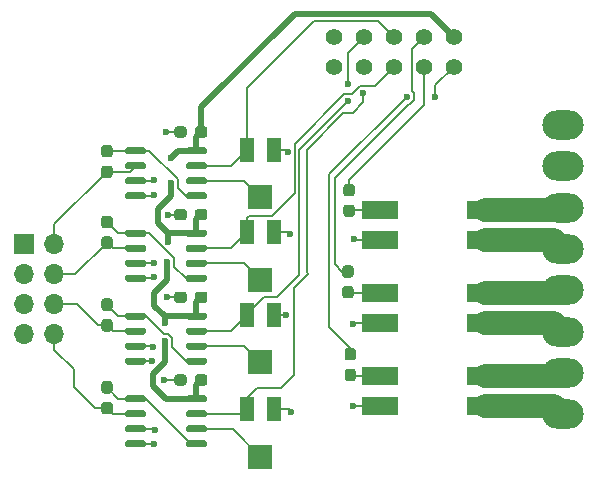
<source format=gbr>
%TF.GenerationSoftware,KiCad,Pcbnew,5.1.6-c6e7f7d~87~ubuntu18.04.1*%
%TF.CreationDate,2022-03-05T00:13:30+01:00*%
%TF.ProjectId,door_ext_photorelay,646f6f72-5f65-4787-945f-70686f746f72,rev?*%
%TF.SameCoordinates,Original*%
%TF.FileFunction,Copper,L1,Top*%
%TF.FilePolarity,Positive*%
%FSLAX46Y46*%
G04 Gerber Fmt 4.6, Leading zero omitted, Abs format (unit mm)*
G04 Created by KiCad (PCBNEW 5.1.6-c6e7f7d~87~ubuntu18.04.1) date 2022-03-05 00:13:30*
%MOMM*%
%LPD*%
G01*
G04 APERTURE LIST*
%TA.AperFunction,ComponentPad*%
%ADD10R,1.700000X1.700000*%
%TD*%
%TA.AperFunction,ComponentPad*%
%ADD11O,1.700000X1.700000*%
%TD*%
%TA.AperFunction,ComponentPad*%
%ADD12C,1.422400*%
%TD*%
%TA.AperFunction,ComponentPad*%
%ADD13O,3.500000X2.500000*%
%TD*%
%TA.AperFunction,SMDPad,CuDef*%
%ADD14R,1.300000X2.000000*%
%TD*%
%TA.AperFunction,SMDPad,CuDef*%
%ADD15R,2.000000X2.000000*%
%TD*%
%TA.AperFunction,SMDPad,CuDef*%
%ADD16R,3.100000X1.600000*%
%TD*%
%TA.AperFunction,ViaPad*%
%ADD17C,0.600000*%
%TD*%
%TA.AperFunction,Conductor*%
%ADD18C,0.500000*%
%TD*%
%TA.AperFunction,Conductor*%
%ADD19C,0.200000*%
%TD*%
%TA.AperFunction,Conductor*%
%ADD20C,2.000000*%
%TD*%
G04 APERTURE END LIST*
%TO.P,C1,1*%
%TO.N,+3V3*%
%TA.AperFunction,SMDPad,CuDef*%
G36*
G01*
X141900000Y-65862500D02*
X141900000Y-66337500D01*
G75*
G02*
X141662500Y-66575000I-237500J0D01*
G01*
X141087500Y-66575000D01*
G75*
G02*
X140850000Y-66337500I0J237500D01*
G01*
X140850000Y-65862500D01*
G75*
G02*
X141087500Y-65625000I237500J0D01*
G01*
X141662500Y-65625000D01*
G75*
G02*
X141900000Y-65862500I0J-237500D01*
G01*
G37*
%TD.AperFunction*%
%TO.P,C1,2*%
%TO.N,GND*%
%TA.AperFunction,SMDPad,CuDef*%
G36*
G01*
X140150000Y-65862500D02*
X140150000Y-66337500D01*
G75*
G02*
X139912500Y-66575000I-237500J0D01*
G01*
X139337500Y-66575000D01*
G75*
G02*
X139100000Y-66337500I0J237500D01*
G01*
X139100000Y-65862500D01*
G75*
G02*
X139337500Y-65625000I237500J0D01*
G01*
X139912500Y-65625000D01*
G75*
G02*
X140150000Y-65862500I0J-237500D01*
G01*
G37*
%TD.AperFunction*%
%TD*%
%TO.P,C2,2*%
%TO.N,GND*%
%TA.AperFunction,SMDPad,CuDef*%
G36*
G01*
X140150000Y-51862500D02*
X140150000Y-52337500D01*
G75*
G02*
X139912500Y-52575000I-237500J0D01*
G01*
X139337500Y-52575000D01*
G75*
G02*
X139100000Y-52337500I0J237500D01*
G01*
X139100000Y-51862500D01*
G75*
G02*
X139337500Y-51625000I237500J0D01*
G01*
X139912500Y-51625000D01*
G75*
G02*
X140150000Y-51862500I0J-237500D01*
G01*
G37*
%TD.AperFunction*%
%TO.P,C2,1*%
%TO.N,+3V3*%
%TA.AperFunction,SMDPad,CuDef*%
G36*
G01*
X141900000Y-51862500D02*
X141900000Y-52337500D01*
G75*
G02*
X141662500Y-52575000I-237500J0D01*
G01*
X141087500Y-52575000D01*
G75*
G02*
X140850000Y-52337500I0J237500D01*
G01*
X140850000Y-51862500D01*
G75*
G02*
X141087500Y-51625000I237500J0D01*
G01*
X141662500Y-51625000D01*
G75*
G02*
X141900000Y-51862500I0J-237500D01*
G01*
G37*
%TD.AperFunction*%
%TD*%
%TO.P,C3,1*%
%TO.N,+3V3*%
%TA.AperFunction,SMDPad,CuDef*%
G36*
G01*
X141900000Y-44862500D02*
X141900000Y-45337500D01*
G75*
G02*
X141662500Y-45575000I-237500J0D01*
G01*
X141087500Y-45575000D01*
G75*
G02*
X140850000Y-45337500I0J237500D01*
G01*
X140850000Y-44862500D01*
G75*
G02*
X141087500Y-44625000I237500J0D01*
G01*
X141662500Y-44625000D01*
G75*
G02*
X141900000Y-44862500I0J-237500D01*
G01*
G37*
%TD.AperFunction*%
%TO.P,C3,2*%
%TO.N,GND*%
%TA.AperFunction,SMDPad,CuDef*%
G36*
G01*
X140150000Y-44862500D02*
X140150000Y-45337500D01*
G75*
G02*
X139912500Y-45575000I-237500J0D01*
G01*
X139337500Y-45575000D01*
G75*
G02*
X139100000Y-45337500I0J237500D01*
G01*
X139100000Y-44862500D01*
G75*
G02*
X139337500Y-44625000I237500J0D01*
G01*
X139912500Y-44625000D01*
G75*
G02*
X140150000Y-44862500I0J-237500D01*
G01*
G37*
%TD.AperFunction*%
%TD*%
%TO.P,C4,2*%
%TO.N,GND*%
%TA.AperFunction,SMDPad,CuDef*%
G36*
G01*
X140150000Y-58862500D02*
X140150000Y-59337500D01*
G75*
G02*
X139912500Y-59575000I-237500J0D01*
G01*
X139337500Y-59575000D01*
G75*
G02*
X139100000Y-59337500I0J237500D01*
G01*
X139100000Y-58862500D01*
G75*
G02*
X139337500Y-58625000I237500J0D01*
G01*
X139912500Y-58625000D01*
G75*
G02*
X140150000Y-58862500I0J-237500D01*
G01*
G37*
%TD.AperFunction*%
%TO.P,C4,1*%
%TO.N,+3V3*%
%TA.AperFunction,SMDPad,CuDef*%
G36*
G01*
X141900000Y-58862500D02*
X141900000Y-59337500D01*
G75*
G02*
X141662500Y-59575000I-237500J0D01*
G01*
X141087500Y-59575000D01*
G75*
G02*
X140850000Y-59337500I0J237500D01*
G01*
X140850000Y-58862500D01*
G75*
G02*
X141087500Y-58625000I237500J0D01*
G01*
X141662500Y-58625000D01*
G75*
G02*
X141900000Y-58862500I0J-237500D01*
G01*
G37*
%TD.AperFunction*%
%TD*%
D10*
%TO.P,J1,1*%
%TO.N,GND*%
X126400000Y-54600000D03*
D11*
%TO.P,J1,2*%
%TO.N,/PD0*%
X128940000Y-54600000D03*
%TO.P,J1,3*%
%TO.N,GND*%
X126400000Y-57140000D03*
%TO.P,J1,4*%
%TO.N,/PD1*%
X128940000Y-57140000D03*
%TO.P,J1,5*%
%TO.N,GND*%
X126400000Y-59680000D03*
%TO.P,J1,6*%
%TO.N,/PD2*%
X128940000Y-59680000D03*
%TO.P,J1,7*%
%TO.N,GND*%
X126400000Y-62220000D03*
%TO.P,J1,8*%
%TO.N,/PD3*%
X128940000Y-62220000D03*
%TD*%
D12*
%TO.P,J2,1*%
%TO.N,+3V3*%
X162780000Y-37030000D03*
%TO.P,J2,2*%
%TO.N,GPIO0*%
X162780000Y-39570000D03*
%TO.P,J2,3*%
%TO.N,GPIO1*%
X160240000Y-37030000D03*
%TO.P,J2,4*%
%TO.N,GPIO2*%
X160240000Y-39570000D03*
%TO.P,J2,5*%
%TO.N,GPIO3*%
X157700000Y-37030000D03*
%TO.P,J2,6*%
%TO.N,GPIO4*%
X157700000Y-39570000D03*
%TO.P,J2,7*%
%TO.N,GPIO5*%
X155160000Y-37030000D03*
%TO.P,J2,8*%
%TO.N,GPIO6*%
X155160000Y-39570000D03*
%TO.P,J2,9*%
%TO.N,N/C*%
X152620000Y-37030000D03*
%TO.P,J2,10*%
%TO.N,GND*%
X152620000Y-39570000D03*
%TD*%
D13*
%TO.P,J3,1*%
%TO.N,Net-(J3-Pad1)*%
X172000000Y-69000000D03*
%TO.P,J3,2*%
%TO.N,Net-(J3-Pad2)*%
X172000000Y-65502420D03*
%TO.P,J3,3*%
%TO.N,Net-(J3-Pad3)*%
X172000000Y-62002300D03*
%TO.P,J3,4*%
%TO.N,Net-(J3-Pad4)*%
X172000000Y-58502180D03*
%TO.P,J3,5*%
%TO.N,Net-(J3-Pad5)*%
X172000000Y-55000000D03*
%TO.P,J3,6*%
%TO.N,Net-(J3-Pad6)*%
X172000000Y-51500000D03*
%TO.P,J3,7*%
%TO.N,N/C*%
X172000000Y-48000000D03*
%TO.P,J3,8*%
X172000000Y-44500000D03*
%TD*%
%TO.P,R1,2*%
%TO.N,/PD0*%
%TA.AperFunction,SMDPad,CuDef*%
G36*
G01*
X133162500Y-47950000D02*
X133637500Y-47950000D01*
G75*
G02*
X133875000Y-48187500I0J-237500D01*
G01*
X133875000Y-48762500D01*
G75*
G02*
X133637500Y-49000000I-237500J0D01*
G01*
X133162500Y-49000000D01*
G75*
G02*
X132925000Y-48762500I0J237500D01*
G01*
X132925000Y-48187500D01*
G75*
G02*
X133162500Y-47950000I237500J0D01*
G01*
G37*
%TD.AperFunction*%
%TO.P,R1,1*%
%TO.N,Net-(R1-Pad1)*%
%TA.AperFunction,SMDPad,CuDef*%
G36*
G01*
X133162500Y-46200000D02*
X133637500Y-46200000D01*
G75*
G02*
X133875000Y-46437500I0J-237500D01*
G01*
X133875000Y-47012500D01*
G75*
G02*
X133637500Y-47250000I-237500J0D01*
G01*
X133162500Y-47250000D01*
G75*
G02*
X132925000Y-47012500I0J237500D01*
G01*
X132925000Y-46437500D01*
G75*
G02*
X133162500Y-46200000I237500J0D01*
G01*
G37*
%TD.AperFunction*%
%TD*%
%TO.P,R2,1*%
%TO.N,Net-(R2-Pad1)*%
%TA.AperFunction,SMDPad,CuDef*%
G36*
G01*
X133162500Y-52200000D02*
X133637500Y-52200000D01*
G75*
G02*
X133875000Y-52437500I0J-237500D01*
G01*
X133875000Y-53012500D01*
G75*
G02*
X133637500Y-53250000I-237500J0D01*
G01*
X133162500Y-53250000D01*
G75*
G02*
X132925000Y-53012500I0J237500D01*
G01*
X132925000Y-52437500D01*
G75*
G02*
X133162500Y-52200000I237500J0D01*
G01*
G37*
%TD.AperFunction*%
%TO.P,R2,2*%
%TO.N,/PD1*%
%TA.AperFunction,SMDPad,CuDef*%
G36*
G01*
X133162500Y-53950000D02*
X133637500Y-53950000D01*
G75*
G02*
X133875000Y-54187500I0J-237500D01*
G01*
X133875000Y-54762500D01*
G75*
G02*
X133637500Y-55000000I-237500J0D01*
G01*
X133162500Y-55000000D01*
G75*
G02*
X132925000Y-54762500I0J237500D01*
G01*
X132925000Y-54187500D01*
G75*
G02*
X133162500Y-53950000I237500J0D01*
G01*
G37*
%TD.AperFunction*%
%TD*%
%TO.P,R3,2*%
%TO.N,/PD2*%
%TA.AperFunction,SMDPad,CuDef*%
G36*
G01*
X133162500Y-60950000D02*
X133637500Y-60950000D01*
G75*
G02*
X133875000Y-61187500I0J-237500D01*
G01*
X133875000Y-61762500D01*
G75*
G02*
X133637500Y-62000000I-237500J0D01*
G01*
X133162500Y-62000000D01*
G75*
G02*
X132925000Y-61762500I0J237500D01*
G01*
X132925000Y-61187500D01*
G75*
G02*
X133162500Y-60950000I237500J0D01*
G01*
G37*
%TD.AperFunction*%
%TO.P,R3,1*%
%TO.N,Net-(R3-Pad1)*%
%TA.AperFunction,SMDPad,CuDef*%
G36*
G01*
X133162500Y-59200000D02*
X133637500Y-59200000D01*
G75*
G02*
X133875000Y-59437500I0J-237500D01*
G01*
X133875000Y-60012500D01*
G75*
G02*
X133637500Y-60250000I-237500J0D01*
G01*
X133162500Y-60250000D01*
G75*
G02*
X132925000Y-60012500I0J237500D01*
G01*
X132925000Y-59437500D01*
G75*
G02*
X133162500Y-59200000I237500J0D01*
G01*
G37*
%TD.AperFunction*%
%TD*%
%TO.P,R4,2*%
%TO.N,/PD3*%
%TA.AperFunction,SMDPad,CuDef*%
G36*
G01*
X133162500Y-67950000D02*
X133637500Y-67950000D01*
G75*
G02*
X133875000Y-68187500I0J-237500D01*
G01*
X133875000Y-68762500D01*
G75*
G02*
X133637500Y-69000000I-237500J0D01*
G01*
X133162500Y-69000000D01*
G75*
G02*
X132925000Y-68762500I0J237500D01*
G01*
X132925000Y-68187500D01*
G75*
G02*
X133162500Y-67950000I237500J0D01*
G01*
G37*
%TD.AperFunction*%
%TO.P,R4,1*%
%TO.N,Net-(R4-Pad1)*%
%TA.AperFunction,SMDPad,CuDef*%
G36*
G01*
X133162500Y-66200000D02*
X133637500Y-66200000D01*
G75*
G02*
X133875000Y-66437500I0J-237500D01*
G01*
X133875000Y-67012500D01*
G75*
G02*
X133637500Y-67250000I-237500J0D01*
G01*
X133162500Y-67250000D01*
G75*
G02*
X132925000Y-67012500I0J237500D01*
G01*
X132925000Y-66437500D01*
G75*
G02*
X133162500Y-66200000I237500J0D01*
G01*
G37*
%TD.AperFunction*%
%TD*%
%TO.P,R5,1*%
%TO.N,Net-(R5-Pad1)*%
%TA.AperFunction,SMDPad,CuDef*%
G36*
G01*
X154237500Y-66200000D02*
X153762500Y-66200000D01*
G75*
G02*
X153525000Y-65962500I0J237500D01*
G01*
X153525000Y-65387500D01*
G75*
G02*
X153762500Y-65150000I237500J0D01*
G01*
X154237500Y-65150000D01*
G75*
G02*
X154475000Y-65387500I0J-237500D01*
G01*
X154475000Y-65962500D01*
G75*
G02*
X154237500Y-66200000I-237500J0D01*
G01*
G37*
%TD.AperFunction*%
%TO.P,R5,2*%
%TO.N,GPIO0*%
%TA.AperFunction,SMDPad,CuDef*%
G36*
G01*
X154237500Y-64450000D02*
X153762500Y-64450000D01*
G75*
G02*
X153525000Y-64212500I0J237500D01*
G01*
X153525000Y-63637500D01*
G75*
G02*
X153762500Y-63400000I237500J0D01*
G01*
X154237500Y-63400000D01*
G75*
G02*
X154475000Y-63637500I0J-237500D01*
G01*
X154475000Y-64212500D01*
G75*
G02*
X154237500Y-64450000I-237500J0D01*
G01*
G37*
%TD.AperFunction*%
%TD*%
%TO.P,R6,1*%
%TO.N,Net-(R6-Pad1)*%
%TA.AperFunction,SMDPad,CuDef*%
G36*
G01*
X154037500Y-59200000D02*
X153562500Y-59200000D01*
G75*
G02*
X153325000Y-58962500I0J237500D01*
G01*
X153325000Y-58387500D01*
G75*
G02*
X153562500Y-58150000I237500J0D01*
G01*
X154037500Y-58150000D01*
G75*
G02*
X154275000Y-58387500I0J-237500D01*
G01*
X154275000Y-58962500D01*
G75*
G02*
X154037500Y-59200000I-237500J0D01*
G01*
G37*
%TD.AperFunction*%
%TO.P,R6,2*%
%TO.N,GPIO1*%
%TA.AperFunction,SMDPad,CuDef*%
G36*
G01*
X154037500Y-57450000D02*
X153562500Y-57450000D01*
G75*
G02*
X153325000Y-57212500I0J237500D01*
G01*
X153325000Y-56637500D01*
G75*
G02*
X153562500Y-56400000I237500J0D01*
G01*
X154037500Y-56400000D01*
G75*
G02*
X154275000Y-56637500I0J-237500D01*
G01*
X154275000Y-57212500D01*
G75*
G02*
X154037500Y-57450000I-237500J0D01*
G01*
G37*
%TD.AperFunction*%
%TD*%
%TO.P,R7,1*%
%TO.N,Net-(R7-Pad1)*%
%TA.AperFunction,SMDPad,CuDef*%
G36*
G01*
X154137500Y-52300000D02*
X153662500Y-52300000D01*
G75*
G02*
X153425000Y-52062500I0J237500D01*
G01*
X153425000Y-51487500D01*
G75*
G02*
X153662500Y-51250000I237500J0D01*
G01*
X154137500Y-51250000D01*
G75*
G02*
X154375000Y-51487500I0J-237500D01*
G01*
X154375000Y-52062500D01*
G75*
G02*
X154137500Y-52300000I-237500J0D01*
G01*
G37*
%TD.AperFunction*%
%TO.P,R7,2*%
%TO.N,GPIO2*%
%TA.AperFunction,SMDPad,CuDef*%
G36*
G01*
X154137500Y-50550000D02*
X153662500Y-50550000D01*
G75*
G02*
X153425000Y-50312500I0J237500D01*
G01*
X153425000Y-49737500D01*
G75*
G02*
X153662500Y-49500000I237500J0D01*
G01*
X154137500Y-49500000D01*
G75*
G02*
X154375000Y-49737500I0J-237500D01*
G01*
X154375000Y-50312500D01*
G75*
G02*
X154137500Y-50550000I-237500J0D01*
G01*
G37*
%TD.AperFunction*%
%TD*%
D14*
%TO.P,RV1,1*%
%TO.N,GPIO3*%
X145250000Y-46600000D03*
D15*
%TO.P,RV1,2*%
%TO.N,Net-(RV1-Pad2)*%
X146400000Y-50600000D03*
D14*
%TO.P,RV1,3*%
%TO.N,GND*%
X147550000Y-46600000D03*
%TD*%
%TO.P,RV2,3*%
%TO.N,GND*%
X147550000Y-53600000D03*
D15*
%TO.P,RV2,2*%
%TO.N,Net-(RV2-Pad2)*%
X146400000Y-57600000D03*
D14*
%TO.P,RV2,1*%
%TO.N,GPIO4*%
X145250000Y-53600000D03*
%TD*%
%TO.P,RV3,1*%
%TO.N,GPIO5*%
X145250000Y-60600000D03*
D15*
%TO.P,RV3,2*%
%TO.N,Net-(RV3-Pad2)*%
X146400000Y-64600000D03*
D14*
%TO.P,RV3,3*%
%TO.N,GND*%
X147550000Y-60600000D03*
%TD*%
%TO.P,RV4,3*%
%TO.N,GND*%
X147550000Y-68600000D03*
D15*
%TO.P,RV4,2*%
%TO.N,Net-(RV4-Pad2)*%
X146400000Y-72600000D03*
D14*
%TO.P,RV4,1*%
%TO.N,GPIO6*%
X145250000Y-68600000D03*
%TD*%
%TO.P,U1,1*%
%TO.N,Net-(R1-Pad1)*%
%TA.AperFunction,SMDPad,CuDef*%
G36*
G01*
X134950000Y-46845000D02*
X134950000Y-46545000D01*
G75*
G02*
X135100000Y-46395000I150000J0D01*
G01*
X136550000Y-46395000D01*
G75*
G02*
X136700000Y-46545000I0J-150000D01*
G01*
X136700000Y-46845000D01*
G75*
G02*
X136550000Y-46995000I-150000J0D01*
G01*
X135100000Y-46995000D01*
G75*
G02*
X134950000Y-46845000I0J150000D01*
G01*
G37*
%TD.AperFunction*%
%TO.P,U1,2*%
%TO.N,/PD0*%
%TA.AperFunction,SMDPad,CuDef*%
G36*
G01*
X134950000Y-48115000D02*
X134950000Y-47815000D01*
G75*
G02*
X135100000Y-47665000I150000J0D01*
G01*
X136550000Y-47665000D01*
G75*
G02*
X136700000Y-47815000I0J-150000D01*
G01*
X136700000Y-48115000D01*
G75*
G02*
X136550000Y-48265000I-150000J0D01*
G01*
X135100000Y-48265000D01*
G75*
G02*
X134950000Y-48115000I0J150000D01*
G01*
G37*
%TD.AperFunction*%
%TO.P,U1,3*%
%TO.N,GND*%
%TA.AperFunction,SMDPad,CuDef*%
G36*
G01*
X134950000Y-49385000D02*
X134950000Y-49085000D01*
G75*
G02*
X135100000Y-48935000I150000J0D01*
G01*
X136550000Y-48935000D01*
G75*
G02*
X136700000Y-49085000I0J-150000D01*
G01*
X136700000Y-49385000D01*
G75*
G02*
X136550000Y-49535000I-150000J0D01*
G01*
X135100000Y-49535000D01*
G75*
G02*
X134950000Y-49385000I0J150000D01*
G01*
G37*
%TD.AperFunction*%
%TO.P,U1,4*%
%TA.AperFunction,SMDPad,CuDef*%
G36*
G01*
X134950000Y-50655000D02*
X134950000Y-50355000D01*
G75*
G02*
X135100000Y-50205000I150000J0D01*
G01*
X136550000Y-50205000D01*
G75*
G02*
X136700000Y-50355000I0J-150000D01*
G01*
X136700000Y-50655000D01*
G75*
G02*
X136550000Y-50805000I-150000J0D01*
G01*
X135100000Y-50805000D01*
G75*
G02*
X134950000Y-50655000I0J150000D01*
G01*
G37*
%TD.AperFunction*%
%TO.P,U1,5*%
%TO.N,Net-(R1-Pad1)*%
%TA.AperFunction,SMDPad,CuDef*%
G36*
G01*
X140100000Y-50655000D02*
X140100000Y-50355000D01*
G75*
G02*
X140250000Y-50205000I150000J0D01*
G01*
X141700000Y-50205000D01*
G75*
G02*
X141850000Y-50355000I0J-150000D01*
G01*
X141850000Y-50655000D01*
G75*
G02*
X141700000Y-50805000I-150000J0D01*
G01*
X140250000Y-50805000D01*
G75*
G02*
X140100000Y-50655000I0J150000D01*
G01*
G37*
%TD.AperFunction*%
%TO.P,U1,6*%
%TO.N,Net-(RV1-Pad2)*%
%TA.AperFunction,SMDPad,CuDef*%
G36*
G01*
X140100000Y-49385000D02*
X140100000Y-49085000D01*
G75*
G02*
X140250000Y-48935000I150000J0D01*
G01*
X141700000Y-48935000D01*
G75*
G02*
X141850000Y-49085000I0J-150000D01*
G01*
X141850000Y-49385000D01*
G75*
G02*
X141700000Y-49535000I-150000J0D01*
G01*
X140250000Y-49535000D01*
G75*
G02*
X140100000Y-49385000I0J150000D01*
G01*
G37*
%TD.AperFunction*%
%TO.P,U1,7*%
%TO.N,GPIO3*%
%TA.AperFunction,SMDPad,CuDef*%
G36*
G01*
X140100000Y-48115000D02*
X140100000Y-47815000D01*
G75*
G02*
X140250000Y-47665000I150000J0D01*
G01*
X141700000Y-47665000D01*
G75*
G02*
X141850000Y-47815000I0J-150000D01*
G01*
X141850000Y-48115000D01*
G75*
G02*
X141700000Y-48265000I-150000J0D01*
G01*
X140250000Y-48265000D01*
G75*
G02*
X140100000Y-48115000I0J150000D01*
G01*
G37*
%TD.AperFunction*%
%TO.P,U1,8*%
%TO.N,+3V3*%
%TA.AperFunction,SMDPad,CuDef*%
G36*
G01*
X140100000Y-46845000D02*
X140100000Y-46545000D01*
G75*
G02*
X140250000Y-46395000I150000J0D01*
G01*
X141700000Y-46395000D01*
G75*
G02*
X141850000Y-46545000I0J-150000D01*
G01*
X141850000Y-46845000D01*
G75*
G02*
X141700000Y-46995000I-150000J0D01*
G01*
X140250000Y-46995000D01*
G75*
G02*
X140100000Y-46845000I0J150000D01*
G01*
G37*
%TD.AperFunction*%
%TD*%
%TO.P,U2,8*%
%TO.N,+3V3*%
%TA.AperFunction,SMDPad,CuDef*%
G36*
G01*
X140100000Y-53845000D02*
X140100000Y-53545000D01*
G75*
G02*
X140250000Y-53395000I150000J0D01*
G01*
X141700000Y-53395000D01*
G75*
G02*
X141850000Y-53545000I0J-150000D01*
G01*
X141850000Y-53845000D01*
G75*
G02*
X141700000Y-53995000I-150000J0D01*
G01*
X140250000Y-53995000D01*
G75*
G02*
X140100000Y-53845000I0J150000D01*
G01*
G37*
%TD.AperFunction*%
%TO.P,U2,7*%
%TO.N,GPIO4*%
%TA.AperFunction,SMDPad,CuDef*%
G36*
G01*
X140100000Y-55115000D02*
X140100000Y-54815000D01*
G75*
G02*
X140250000Y-54665000I150000J0D01*
G01*
X141700000Y-54665000D01*
G75*
G02*
X141850000Y-54815000I0J-150000D01*
G01*
X141850000Y-55115000D01*
G75*
G02*
X141700000Y-55265000I-150000J0D01*
G01*
X140250000Y-55265000D01*
G75*
G02*
X140100000Y-55115000I0J150000D01*
G01*
G37*
%TD.AperFunction*%
%TO.P,U2,6*%
%TO.N,Net-(RV2-Pad2)*%
%TA.AperFunction,SMDPad,CuDef*%
G36*
G01*
X140100000Y-56385000D02*
X140100000Y-56085000D01*
G75*
G02*
X140250000Y-55935000I150000J0D01*
G01*
X141700000Y-55935000D01*
G75*
G02*
X141850000Y-56085000I0J-150000D01*
G01*
X141850000Y-56385000D01*
G75*
G02*
X141700000Y-56535000I-150000J0D01*
G01*
X140250000Y-56535000D01*
G75*
G02*
X140100000Y-56385000I0J150000D01*
G01*
G37*
%TD.AperFunction*%
%TO.P,U2,5*%
%TO.N,Net-(R2-Pad1)*%
%TA.AperFunction,SMDPad,CuDef*%
G36*
G01*
X140100000Y-57655000D02*
X140100000Y-57355000D01*
G75*
G02*
X140250000Y-57205000I150000J0D01*
G01*
X141700000Y-57205000D01*
G75*
G02*
X141850000Y-57355000I0J-150000D01*
G01*
X141850000Y-57655000D01*
G75*
G02*
X141700000Y-57805000I-150000J0D01*
G01*
X140250000Y-57805000D01*
G75*
G02*
X140100000Y-57655000I0J150000D01*
G01*
G37*
%TD.AperFunction*%
%TO.P,U2,4*%
%TO.N,GND*%
%TA.AperFunction,SMDPad,CuDef*%
G36*
G01*
X134950000Y-57655000D02*
X134950000Y-57355000D01*
G75*
G02*
X135100000Y-57205000I150000J0D01*
G01*
X136550000Y-57205000D01*
G75*
G02*
X136700000Y-57355000I0J-150000D01*
G01*
X136700000Y-57655000D01*
G75*
G02*
X136550000Y-57805000I-150000J0D01*
G01*
X135100000Y-57805000D01*
G75*
G02*
X134950000Y-57655000I0J150000D01*
G01*
G37*
%TD.AperFunction*%
%TO.P,U2,3*%
%TA.AperFunction,SMDPad,CuDef*%
G36*
G01*
X134950000Y-56385000D02*
X134950000Y-56085000D01*
G75*
G02*
X135100000Y-55935000I150000J0D01*
G01*
X136550000Y-55935000D01*
G75*
G02*
X136700000Y-56085000I0J-150000D01*
G01*
X136700000Y-56385000D01*
G75*
G02*
X136550000Y-56535000I-150000J0D01*
G01*
X135100000Y-56535000D01*
G75*
G02*
X134950000Y-56385000I0J150000D01*
G01*
G37*
%TD.AperFunction*%
%TO.P,U2,2*%
%TO.N,/PD1*%
%TA.AperFunction,SMDPad,CuDef*%
G36*
G01*
X134950000Y-55115000D02*
X134950000Y-54815000D01*
G75*
G02*
X135100000Y-54665000I150000J0D01*
G01*
X136550000Y-54665000D01*
G75*
G02*
X136700000Y-54815000I0J-150000D01*
G01*
X136700000Y-55115000D01*
G75*
G02*
X136550000Y-55265000I-150000J0D01*
G01*
X135100000Y-55265000D01*
G75*
G02*
X134950000Y-55115000I0J150000D01*
G01*
G37*
%TD.AperFunction*%
%TO.P,U2,1*%
%TO.N,Net-(R2-Pad1)*%
%TA.AperFunction,SMDPad,CuDef*%
G36*
G01*
X134950000Y-53845000D02*
X134950000Y-53545000D01*
G75*
G02*
X135100000Y-53395000I150000J0D01*
G01*
X136550000Y-53395000D01*
G75*
G02*
X136700000Y-53545000I0J-150000D01*
G01*
X136700000Y-53845000D01*
G75*
G02*
X136550000Y-53995000I-150000J0D01*
G01*
X135100000Y-53995000D01*
G75*
G02*
X134950000Y-53845000I0J150000D01*
G01*
G37*
%TD.AperFunction*%
%TD*%
%TO.P,U3,1*%
%TO.N,Net-(R3-Pad1)*%
%TA.AperFunction,SMDPad,CuDef*%
G36*
G01*
X134950000Y-60845000D02*
X134950000Y-60545000D01*
G75*
G02*
X135100000Y-60395000I150000J0D01*
G01*
X136550000Y-60395000D01*
G75*
G02*
X136700000Y-60545000I0J-150000D01*
G01*
X136700000Y-60845000D01*
G75*
G02*
X136550000Y-60995000I-150000J0D01*
G01*
X135100000Y-60995000D01*
G75*
G02*
X134950000Y-60845000I0J150000D01*
G01*
G37*
%TD.AperFunction*%
%TO.P,U3,2*%
%TO.N,/PD2*%
%TA.AperFunction,SMDPad,CuDef*%
G36*
G01*
X134950000Y-62115000D02*
X134950000Y-61815000D01*
G75*
G02*
X135100000Y-61665000I150000J0D01*
G01*
X136550000Y-61665000D01*
G75*
G02*
X136700000Y-61815000I0J-150000D01*
G01*
X136700000Y-62115000D01*
G75*
G02*
X136550000Y-62265000I-150000J0D01*
G01*
X135100000Y-62265000D01*
G75*
G02*
X134950000Y-62115000I0J150000D01*
G01*
G37*
%TD.AperFunction*%
%TO.P,U3,3*%
%TO.N,GND*%
%TA.AperFunction,SMDPad,CuDef*%
G36*
G01*
X134950000Y-63385000D02*
X134950000Y-63085000D01*
G75*
G02*
X135100000Y-62935000I150000J0D01*
G01*
X136550000Y-62935000D01*
G75*
G02*
X136700000Y-63085000I0J-150000D01*
G01*
X136700000Y-63385000D01*
G75*
G02*
X136550000Y-63535000I-150000J0D01*
G01*
X135100000Y-63535000D01*
G75*
G02*
X134950000Y-63385000I0J150000D01*
G01*
G37*
%TD.AperFunction*%
%TO.P,U3,4*%
%TA.AperFunction,SMDPad,CuDef*%
G36*
G01*
X134950000Y-64655000D02*
X134950000Y-64355000D01*
G75*
G02*
X135100000Y-64205000I150000J0D01*
G01*
X136550000Y-64205000D01*
G75*
G02*
X136700000Y-64355000I0J-150000D01*
G01*
X136700000Y-64655000D01*
G75*
G02*
X136550000Y-64805000I-150000J0D01*
G01*
X135100000Y-64805000D01*
G75*
G02*
X134950000Y-64655000I0J150000D01*
G01*
G37*
%TD.AperFunction*%
%TO.P,U3,5*%
%TO.N,Net-(R3-Pad1)*%
%TA.AperFunction,SMDPad,CuDef*%
G36*
G01*
X140100000Y-64655000D02*
X140100000Y-64355000D01*
G75*
G02*
X140250000Y-64205000I150000J0D01*
G01*
X141700000Y-64205000D01*
G75*
G02*
X141850000Y-64355000I0J-150000D01*
G01*
X141850000Y-64655000D01*
G75*
G02*
X141700000Y-64805000I-150000J0D01*
G01*
X140250000Y-64805000D01*
G75*
G02*
X140100000Y-64655000I0J150000D01*
G01*
G37*
%TD.AperFunction*%
%TO.P,U3,6*%
%TO.N,Net-(RV3-Pad2)*%
%TA.AperFunction,SMDPad,CuDef*%
G36*
G01*
X140100000Y-63385000D02*
X140100000Y-63085000D01*
G75*
G02*
X140250000Y-62935000I150000J0D01*
G01*
X141700000Y-62935000D01*
G75*
G02*
X141850000Y-63085000I0J-150000D01*
G01*
X141850000Y-63385000D01*
G75*
G02*
X141700000Y-63535000I-150000J0D01*
G01*
X140250000Y-63535000D01*
G75*
G02*
X140100000Y-63385000I0J150000D01*
G01*
G37*
%TD.AperFunction*%
%TO.P,U3,7*%
%TO.N,GPIO5*%
%TA.AperFunction,SMDPad,CuDef*%
G36*
G01*
X140100000Y-62115000D02*
X140100000Y-61815000D01*
G75*
G02*
X140250000Y-61665000I150000J0D01*
G01*
X141700000Y-61665000D01*
G75*
G02*
X141850000Y-61815000I0J-150000D01*
G01*
X141850000Y-62115000D01*
G75*
G02*
X141700000Y-62265000I-150000J0D01*
G01*
X140250000Y-62265000D01*
G75*
G02*
X140100000Y-62115000I0J150000D01*
G01*
G37*
%TD.AperFunction*%
%TO.P,U3,8*%
%TO.N,+3V3*%
%TA.AperFunction,SMDPad,CuDef*%
G36*
G01*
X140100000Y-60845000D02*
X140100000Y-60545000D01*
G75*
G02*
X140250000Y-60395000I150000J0D01*
G01*
X141700000Y-60395000D01*
G75*
G02*
X141850000Y-60545000I0J-150000D01*
G01*
X141850000Y-60845000D01*
G75*
G02*
X141700000Y-60995000I-150000J0D01*
G01*
X140250000Y-60995000D01*
G75*
G02*
X140100000Y-60845000I0J150000D01*
G01*
G37*
%TD.AperFunction*%
%TD*%
%TO.P,U4,1*%
%TO.N,Net-(R4-Pad1)*%
%TA.AperFunction,SMDPad,CuDef*%
G36*
G01*
X134950000Y-67845000D02*
X134950000Y-67545000D01*
G75*
G02*
X135100000Y-67395000I150000J0D01*
G01*
X136550000Y-67395000D01*
G75*
G02*
X136700000Y-67545000I0J-150000D01*
G01*
X136700000Y-67845000D01*
G75*
G02*
X136550000Y-67995000I-150000J0D01*
G01*
X135100000Y-67995000D01*
G75*
G02*
X134950000Y-67845000I0J150000D01*
G01*
G37*
%TD.AperFunction*%
%TO.P,U4,2*%
%TO.N,/PD3*%
%TA.AperFunction,SMDPad,CuDef*%
G36*
G01*
X134950000Y-69115000D02*
X134950000Y-68815000D01*
G75*
G02*
X135100000Y-68665000I150000J0D01*
G01*
X136550000Y-68665000D01*
G75*
G02*
X136700000Y-68815000I0J-150000D01*
G01*
X136700000Y-69115000D01*
G75*
G02*
X136550000Y-69265000I-150000J0D01*
G01*
X135100000Y-69265000D01*
G75*
G02*
X134950000Y-69115000I0J150000D01*
G01*
G37*
%TD.AperFunction*%
%TO.P,U4,3*%
%TO.N,GND*%
%TA.AperFunction,SMDPad,CuDef*%
G36*
G01*
X134950000Y-70385000D02*
X134950000Y-70085000D01*
G75*
G02*
X135100000Y-69935000I150000J0D01*
G01*
X136550000Y-69935000D01*
G75*
G02*
X136700000Y-70085000I0J-150000D01*
G01*
X136700000Y-70385000D01*
G75*
G02*
X136550000Y-70535000I-150000J0D01*
G01*
X135100000Y-70535000D01*
G75*
G02*
X134950000Y-70385000I0J150000D01*
G01*
G37*
%TD.AperFunction*%
%TO.P,U4,4*%
%TA.AperFunction,SMDPad,CuDef*%
G36*
G01*
X134950000Y-71655000D02*
X134950000Y-71355000D01*
G75*
G02*
X135100000Y-71205000I150000J0D01*
G01*
X136550000Y-71205000D01*
G75*
G02*
X136700000Y-71355000I0J-150000D01*
G01*
X136700000Y-71655000D01*
G75*
G02*
X136550000Y-71805000I-150000J0D01*
G01*
X135100000Y-71805000D01*
G75*
G02*
X134950000Y-71655000I0J150000D01*
G01*
G37*
%TD.AperFunction*%
%TO.P,U4,5*%
%TO.N,Net-(R4-Pad1)*%
%TA.AperFunction,SMDPad,CuDef*%
G36*
G01*
X140100000Y-71655000D02*
X140100000Y-71355000D01*
G75*
G02*
X140250000Y-71205000I150000J0D01*
G01*
X141700000Y-71205000D01*
G75*
G02*
X141850000Y-71355000I0J-150000D01*
G01*
X141850000Y-71655000D01*
G75*
G02*
X141700000Y-71805000I-150000J0D01*
G01*
X140250000Y-71805000D01*
G75*
G02*
X140100000Y-71655000I0J150000D01*
G01*
G37*
%TD.AperFunction*%
%TO.P,U4,6*%
%TO.N,Net-(RV4-Pad2)*%
%TA.AperFunction,SMDPad,CuDef*%
G36*
G01*
X140100000Y-70385000D02*
X140100000Y-70085000D01*
G75*
G02*
X140250000Y-69935000I150000J0D01*
G01*
X141700000Y-69935000D01*
G75*
G02*
X141850000Y-70085000I0J-150000D01*
G01*
X141850000Y-70385000D01*
G75*
G02*
X141700000Y-70535000I-150000J0D01*
G01*
X140250000Y-70535000D01*
G75*
G02*
X140100000Y-70385000I0J150000D01*
G01*
G37*
%TD.AperFunction*%
%TO.P,U4,7*%
%TO.N,GPIO6*%
%TA.AperFunction,SMDPad,CuDef*%
G36*
G01*
X140100000Y-69115000D02*
X140100000Y-68815000D01*
G75*
G02*
X140250000Y-68665000I150000J0D01*
G01*
X141700000Y-68665000D01*
G75*
G02*
X141850000Y-68815000I0J-150000D01*
G01*
X141850000Y-69115000D01*
G75*
G02*
X141700000Y-69265000I-150000J0D01*
G01*
X140250000Y-69265000D01*
G75*
G02*
X140100000Y-69115000I0J150000D01*
G01*
G37*
%TD.AperFunction*%
%TO.P,U4,8*%
%TO.N,+3V3*%
%TA.AperFunction,SMDPad,CuDef*%
G36*
G01*
X140100000Y-67845000D02*
X140100000Y-67545000D01*
G75*
G02*
X140250000Y-67395000I150000J0D01*
G01*
X141700000Y-67395000D01*
G75*
G02*
X141850000Y-67545000I0J-150000D01*
G01*
X141850000Y-67845000D01*
G75*
G02*
X141700000Y-67995000I-150000J0D01*
G01*
X140250000Y-67995000D01*
G75*
G02*
X140100000Y-67845000I0J150000D01*
G01*
G37*
%TD.AperFunction*%
%TD*%
D16*
%TO.P,U6,1*%
%TO.N,Net-(R5-Pad1)*%
X156555000Y-65730000D03*
%TO.P,U6,3*%
%TO.N,Net-(J3-Pad1)*%
X165445000Y-68270000D03*
%TO.P,U6,2*%
%TO.N,GND*%
X156555000Y-68270000D03*
%TO.P,U6,4*%
%TO.N,Net-(J3-Pad2)*%
X165445000Y-65730000D03*
%TD*%
%TO.P,U7,1*%
%TO.N,Net-(R6-Pad1)*%
X156555000Y-58730000D03*
%TO.P,U7,3*%
%TO.N,Net-(J3-Pad3)*%
X165445000Y-61270000D03*
%TO.P,U7,2*%
%TO.N,GND*%
X156555000Y-61270000D03*
%TO.P,U7,4*%
%TO.N,Net-(J3-Pad4)*%
X165445000Y-58730000D03*
%TD*%
%TO.P,U8,4*%
%TO.N,Net-(J3-Pad6)*%
X165445000Y-51730000D03*
%TO.P,U8,2*%
%TO.N,GND*%
X156555000Y-54270000D03*
%TO.P,U8,3*%
%TO.N,Net-(J3-Pad5)*%
X165445000Y-54270000D03*
%TO.P,U8,1*%
%TO.N,Net-(R7-Pad1)*%
X156555000Y-51730000D03*
%TD*%
D17*
%TO.N,+3V3*%
X138800000Y-47300000D03*
X138800000Y-49400000D03*
X138600000Y-54400000D03*
X138500000Y-56100000D03*
X138300000Y-61300000D03*
X138300000Y-62800000D03*
%TO.N,GND*%
X137400000Y-49200000D03*
X137400000Y-50400000D03*
X138400000Y-45100000D03*
X138600000Y-52100000D03*
X149000000Y-68800000D03*
X148900000Y-53700000D03*
X137500000Y-70300000D03*
X137400000Y-71500000D03*
X138200000Y-66100000D03*
X138500000Y-59100000D03*
X137300000Y-63300000D03*
X137200000Y-64500000D03*
X137400000Y-57400000D03*
X137400000Y-56200000D03*
X148699979Y-46800000D03*
X148599990Y-60600000D03*
X154200000Y-68300000D03*
X154200000Y-61400000D03*
X154300000Y-54200000D03*
%TO.N,GPIO0*%
X158800000Y-42100000D03*
X161200000Y-42100000D03*
%TO.N,GPIO5*%
X153800000Y-42500000D03*
X153800000Y-41000000D03*
%TO.N,GPIO6*%
X155100000Y-41800000D03*
%TD*%
D18*
%TO.N,+3V3*%
X140975000Y-66500000D02*
X141375000Y-66100000D01*
X140975000Y-67695000D02*
X140975000Y-66500000D01*
X140975000Y-59500000D02*
X141375000Y-59100000D01*
X140975000Y-60695000D02*
X140975000Y-59500000D01*
X140975000Y-52500000D02*
X141375000Y-52100000D01*
X140975000Y-53695000D02*
X140975000Y-52500000D01*
X140975000Y-45500000D02*
X141375000Y-45100000D01*
X140975000Y-46695000D02*
X140975000Y-45500000D01*
X141375000Y-45100000D02*
X141375000Y-43025000D01*
X141375000Y-43025000D02*
X149300000Y-35100000D01*
X160850000Y-35100000D02*
X162780000Y-37030000D01*
X149300000Y-35100000D02*
X160850000Y-35100000D01*
X139405000Y-46695000D02*
X138800000Y-47300000D01*
X140975000Y-46695000D02*
X139405000Y-46695000D01*
X138800000Y-49400000D02*
X138800000Y-50500000D01*
X138800000Y-50500000D02*
X137700000Y-51600000D01*
X137700000Y-51600000D02*
X137700000Y-52800000D01*
X138595000Y-53695000D02*
X140975000Y-53695000D01*
X137700000Y-52800000D02*
X138595000Y-53695000D01*
X138595000Y-54395000D02*
X138600000Y-54400000D01*
X138595000Y-53695000D02*
X138595000Y-54395000D01*
X138500000Y-56100000D02*
X138500000Y-57600000D01*
X138500000Y-57600000D02*
X137400000Y-58700000D01*
X137400000Y-58700000D02*
X137400000Y-59800000D01*
X138295000Y-60695000D02*
X140975000Y-60695000D01*
X137400000Y-59800000D02*
X138295000Y-60695000D01*
X138295000Y-61295000D02*
X138300000Y-61300000D01*
X138295000Y-60695000D02*
X138295000Y-61295000D01*
X138300000Y-62800000D02*
X138300000Y-64600000D01*
X138300000Y-64600000D02*
X137300000Y-65600000D01*
X137300000Y-65600000D02*
X137300000Y-66600000D01*
X138395000Y-67695000D02*
X140975000Y-67695000D01*
X137300000Y-66600000D02*
X138395000Y-67695000D01*
D19*
%TO.N,GND*%
X137365000Y-49235000D02*
X137400000Y-49200000D01*
X135825000Y-49235000D02*
X137365000Y-49235000D01*
X137295000Y-50505000D02*
X137400000Y-50400000D01*
X135825000Y-50505000D02*
X137295000Y-50505000D01*
X139625000Y-45100000D02*
X138400000Y-45100000D01*
X139625000Y-52100000D02*
X138600000Y-52100000D01*
X148800000Y-68600000D02*
X149000000Y-68800000D01*
X147550000Y-68600000D02*
X148800000Y-68600000D01*
X148800000Y-53600000D02*
X148900000Y-53700000D01*
X147550000Y-53600000D02*
X148800000Y-53600000D01*
X137435000Y-70235000D02*
X137500000Y-70300000D01*
X135825000Y-70235000D02*
X137435000Y-70235000D01*
X137395000Y-71505000D02*
X137400000Y-71500000D01*
X135825000Y-71505000D02*
X137395000Y-71505000D01*
X139625000Y-66100000D02*
X138200000Y-66100000D01*
X139625000Y-59100000D02*
X138500000Y-59100000D01*
X137235000Y-63235000D02*
X137300000Y-63300000D01*
X135825000Y-63235000D02*
X137235000Y-63235000D01*
X137195000Y-64505000D02*
X137200000Y-64500000D01*
X135825000Y-64505000D02*
X137195000Y-64505000D01*
X137295000Y-57505000D02*
X137400000Y-57400000D01*
X135825000Y-57505000D02*
X137295000Y-57505000D01*
X137365000Y-56235000D02*
X137400000Y-56200000D01*
X135825000Y-56235000D02*
X137365000Y-56235000D01*
X148499979Y-46600000D02*
X148699979Y-46800000D01*
X147550000Y-46600000D02*
X148499979Y-46600000D01*
X147550000Y-60600000D02*
X148599990Y-60600000D01*
X154230000Y-68270000D02*
X154200000Y-68300000D01*
X156555000Y-68270000D02*
X154230000Y-68270000D01*
X154330000Y-61270000D02*
X154200000Y-61400000D01*
X156555000Y-61270000D02*
X154330000Y-61270000D01*
X154370000Y-54270000D02*
X154300000Y-54200000D01*
X156555000Y-54270000D02*
X154370000Y-54270000D01*
%TO.N,/PD0*%
X135315000Y-48475000D02*
X135825000Y-47965000D01*
X133400000Y-48475000D02*
X135315000Y-48475000D01*
X128940000Y-52935000D02*
X133400000Y-48475000D01*
X128940000Y-54600000D02*
X128940000Y-52935000D01*
%TO.N,/PD1*%
X130735000Y-57140000D02*
X133400000Y-54475000D01*
X128940000Y-57140000D02*
X130735000Y-57140000D01*
X133890000Y-54965000D02*
X133400000Y-54475000D01*
X135825000Y-54965000D02*
X133890000Y-54965000D01*
%TO.N,/PD2*%
X128940000Y-59680000D02*
X130880000Y-59680000D01*
X132675000Y-61475000D02*
X133400000Y-61475000D01*
X130880000Y-59680000D02*
X132675000Y-61475000D01*
X133890000Y-61965000D02*
X133400000Y-61475000D01*
X135825000Y-61965000D02*
X133890000Y-61965000D01*
%TO.N,/PD3*%
X128940000Y-63550156D02*
X130600000Y-65210156D01*
X128940000Y-62220000D02*
X128940000Y-63550156D01*
X130600000Y-65210156D02*
X130600000Y-66700000D01*
X132375000Y-68475000D02*
X133400000Y-68475000D01*
X130600000Y-66700000D02*
X132375000Y-68475000D01*
X133890000Y-68965000D02*
X133400000Y-68475000D01*
X135825000Y-68965000D02*
X133890000Y-68965000D01*
%TO.N,GPIO0*%
X154000000Y-63925000D02*
X154000000Y-63400000D01*
X154000000Y-63400000D02*
X152200000Y-61600000D01*
X152200000Y-61600000D02*
X152200000Y-48700000D01*
X152200000Y-48700000D02*
X158800000Y-42100000D01*
X161200000Y-41150000D02*
X162780000Y-39570000D01*
X161200000Y-42100000D02*
X161200000Y-41150000D01*
%TO.N,GPIO1*%
X153800000Y-56925000D02*
X153325000Y-56925000D01*
X159228799Y-38041201D02*
X160240000Y-37030000D01*
X153325000Y-56925000D02*
X152700000Y-56300000D01*
X152700000Y-56300000D02*
X152700000Y-49000000D01*
X159088002Y-42700002D02*
X159400002Y-42388002D01*
X152700000Y-49000000D02*
X158999998Y-42700002D01*
X158999998Y-42700002D02*
X159088002Y-42700002D01*
X159400002Y-42388002D02*
X159400002Y-41811998D01*
X159400002Y-41811998D02*
X159228799Y-41640795D01*
X159228799Y-41640795D02*
X159228799Y-38041201D01*
%TO.N,GPIO2*%
X153900000Y-50025000D02*
X153900000Y-49200000D01*
X160240000Y-42860000D02*
X160240000Y-39570000D01*
X153900000Y-49200000D02*
X160240000Y-42860000D01*
%TO.N,GPIO3*%
X143885000Y-47965000D02*
X145250000Y-46600000D01*
X140975000Y-47965000D02*
X143885000Y-47965000D01*
X145250000Y-46600000D02*
X145250000Y-41350000D01*
X145250000Y-41350000D02*
X150900000Y-35700000D01*
X156370000Y-35700000D02*
X157700000Y-37030000D01*
X150900000Y-35700000D02*
X156370000Y-35700000D01*
%TO.N,GPIO4*%
X143885000Y-54965000D02*
X145250000Y-53600000D01*
X140975000Y-54965000D02*
X143885000Y-54965000D01*
X154111998Y-41899998D02*
X154811998Y-41199998D01*
X145250000Y-53600000D02*
X145250000Y-52400000D01*
X145450000Y-52200000D02*
X147340002Y-52200000D01*
X147340002Y-52200000D02*
X149299989Y-50240013D01*
X149299989Y-50240013D02*
X149299989Y-46112007D01*
X149299989Y-46112007D02*
X153511998Y-41899998D01*
X145250000Y-52400000D02*
X145450000Y-52200000D01*
X153511998Y-41899998D02*
X154111998Y-41899998D01*
X154811998Y-41199998D02*
X156070002Y-41199998D01*
X156070002Y-41199998D02*
X157700000Y-39570000D01*
%TO.N,GPIO5*%
X143885000Y-61965000D02*
X145250000Y-60600000D01*
X140975000Y-61965000D02*
X143885000Y-61965000D01*
X145250000Y-60600000D02*
X145250000Y-60550000D01*
X145250000Y-60550000D02*
X146700000Y-59100000D01*
X146700000Y-59100000D02*
X147800000Y-59100000D01*
X147800000Y-59100000D02*
X149700000Y-57200000D01*
X149700000Y-46600000D02*
X153800000Y-42500000D01*
X149700000Y-57200000D02*
X149700000Y-46600000D01*
X153800000Y-38390000D02*
X155160000Y-37030000D01*
X153800000Y-41000000D02*
X153800000Y-38390000D01*
%TO.N,GPIO6*%
X144885000Y-68965000D02*
X145250000Y-68600000D01*
X140975000Y-68965000D02*
X144885000Y-68965000D01*
X145250000Y-68600000D02*
X145250000Y-67650000D01*
X145250000Y-67650000D02*
X146100000Y-66800000D01*
X146100000Y-66800000D02*
X148100000Y-66800000D01*
X148100000Y-66800000D02*
X149200000Y-65700000D01*
X149200000Y-65700000D02*
X149200000Y-58300000D01*
X149200000Y-58300000D02*
X150400000Y-57100000D01*
X150299990Y-56999990D02*
X150299990Y-46600010D01*
X150400000Y-57100000D02*
X150299990Y-56999990D01*
X150299990Y-46600010D02*
X153400000Y-43500000D01*
X153400000Y-43500000D02*
X154200000Y-43500000D01*
X155100000Y-42600000D02*
X155100000Y-41800000D01*
X154200000Y-43500000D02*
X155100000Y-42600000D01*
D20*
%TO.N,Net-(J3-Pad1)*%
X171270000Y-68270000D02*
X172000000Y-69000000D01*
X165445000Y-68270000D02*
X171270000Y-68270000D01*
%TO.N,Net-(J3-Pad2)*%
X171772420Y-65730000D02*
X172000000Y-65502420D01*
X165445000Y-65730000D02*
X171772420Y-65730000D01*
%TO.N,Net-(J3-Pad3)*%
X171267700Y-61270000D02*
X172000000Y-62002300D01*
X165445000Y-61270000D02*
X171267700Y-61270000D01*
%TO.N,Net-(J3-Pad4)*%
X171772180Y-58730000D02*
X172000000Y-58502180D01*
X165445000Y-58730000D02*
X171772180Y-58730000D01*
%TO.N,Net-(J3-Pad5)*%
X171270000Y-54270000D02*
X172000000Y-55000000D01*
X165445000Y-54270000D02*
X171270000Y-54270000D01*
%TO.N,Net-(J3-Pad6)*%
X171770000Y-51730000D02*
X172000000Y-51500000D01*
X165445000Y-51730000D02*
X171770000Y-51730000D01*
D19*
%TO.N,Net-(R1-Pad1)*%
X135795000Y-46725000D02*
X135825000Y-46695000D01*
X133400000Y-46725000D02*
X135795000Y-46725000D01*
X135825000Y-46695000D02*
X136983002Y-46695000D01*
X136983002Y-46695000D02*
X139400001Y-49111999D01*
X139400001Y-49111999D02*
X139400001Y-49805001D01*
X139400001Y-49805001D02*
X140100000Y-50505000D01*
X140100000Y-50505000D02*
X140975000Y-50505000D01*
%TO.N,Net-(R2-Pad1)*%
X134370000Y-53695000D02*
X133400000Y-52725000D01*
X135825000Y-53695000D02*
X134370000Y-53695000D01*
X135825000Y-53695000D02*
X136983002Y-53695000D01*
X136983002Y-53695000D02*
X139100001Y-55811999D01*
X139100001Y-56505001D02*
X140100000Y-57505000D01*
X139100001Y-55811999D02*
X139100001Y-56505001D01*
X140100000Y-57505000D02*
X140975000Y-57505000D01*
%TO.N,Net-(R3-Pad1)*%
X134370000Y-60695000D02*
X133400000Y-59725000D01*
X135825000Y-60695000D02*
X134370000Y-60695000D01*
X135825000Y-60695000D02*
X136700000Y-60695000D01*
X136700000Y-60695000D02*
X138204999Y-62199999D01*
X140100000Y-64505000D02*
X140975000Y-64505000D01*
X138204999Y-62199999D02*
X138588001Y-62199999D01*
X138588001Y-62199999D02*
X138900001Y-62511999D01*
X138900001Y-62511999D02*
X138900001Y-63305001D01*
X138900001Y-63305001D02*
X140100000Y-64505000D01*
%TO.N,Net-(R4-Pad1)*%
X134370000Y-67695000D02*
X133400000Y-66725000D01*
X135825000Y-67695000D02*
X134370000Y-67695000D01*
X140510000Y-71505000D02*
X140975000Y-71505000D01*
X136700000Y-67695000D02*
X140510000Y-71505000D01*
X135825000Y-67695000D02*
X136700000Y-67695000D01*
%TO.N,Net-(R5-Pad1)*%
X154055000Y-65730000D02*
X154000000Y-65675000D01*
X156555000Y-65730000D02*
X154055000Y-65730000D01*
%TO.N,Net-(R6-Pad1)*%
X153855000Y-58730000D02*
X153800000Y-58675000D01*
X156555000Y-58730000D02*
X153855000Y-58730000D01*
%TO.N,Net-(R7-Pad1)*%
X153945000Y-51730000D02*
X153900000Y-51775000D01*
X156555000Y-51730000D02*
X153945000Y-51730000D01*
%TO.N,Net-(RV1-Pad2)*%
X145035000Y-49235000D02*
X146400000Y-50600000D01*
X140975000Y-49235000D02*
X145035000Y-49235000D01*
%TO.N,Net-(RV2-Pad2)*%
X145035000Y-56235000D02*
X146400000Y-57600000D01*
X140975000Y-56235000D02*
X145035000Y-56235000D01*
%TO.N,Net-(RV3-Pad2)*%
X145035000Y-63235000D02*
X146400000Y-64600000D01*
X140975000Y-63235000D02*
X145035000Y-63235000D01*
%TO.N,Net-(RV4-Pad2)*%
X144035000Y-70235000D02*
X146400000Y-72600000D01*
X140975000Y-70235000D02*
X144035000Y-70235000D01*
%TD*%
M02*

</source>
